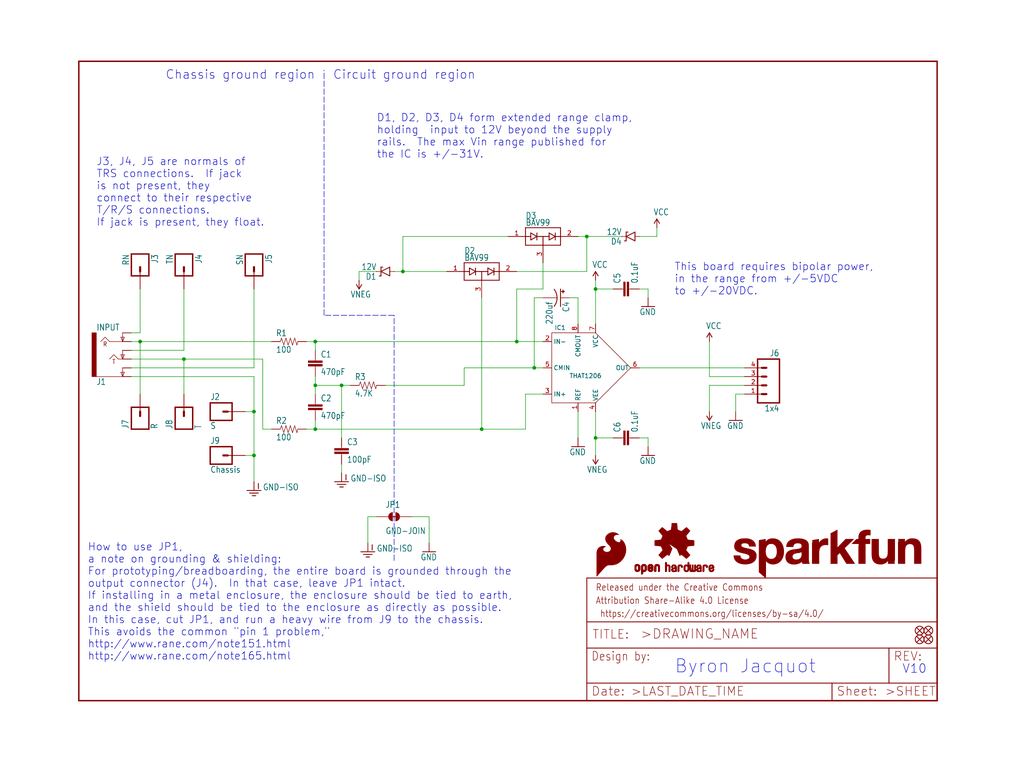
<source format=kicad_sch>
(kicad_sch (version 20211123) (generator eeschema)
  (paper "User" 297.002 223.926)
  (lib_symbols
    (symbol "eagleSchem-eagle-import:0.1UF-25V-5%(0603)"
      (property "Reference" "C" (at 1.524 2.921 0))
      (property "Value" "0.1UF-25V-5%(0603)" (at 1.524 -2.159 0))
      (symbol "0.1UF-25V-5%(0603)_1_0"
        (pin passive line (at 0 5.08 270) (length 2.54) (name "1") (number "1"))
        (pin passive line (at 0 -2.54 90) (length 2.54) (name "2") (number "2"))
      )
    )
    (symbol "eagleSchem-eagle-import:100OHM-1{slash}10W-1%(0603)"
      (property "Reference" "R" (at -3.81 1.4986 0))
      (property "Value" "100OHM-1{slash}10W-1%(0603)" (at -3.81 -3.302 0))
      (symbol "100OHM-1{slash}10W-1%(0603)_1_0"
        (pin passive line (at -5.08 0 0) (length 2.54) (name "1") (number "1"))
        (pin passive line (at 5.08 0 180) (length 2.54) (name "2") (number "2"))
      )
    )
    (symbol "eagleSchem-eagle-import:100PF-50V-5%(0603)"
      (property "Reference" "C" (at 1.524 2.921 0))
      (property "Value" "100PF-50V-5%(0603)" (at 1.524 -2.159 0))
      (symbol "100PF-50V-5%(0603)_1_0"
        (pin passive line (at 0 5.08 270) (length 2.54) (name "1") (number "1"))
        (pin passive line (at 0 -2.54 90) (length 2.54) (name "2") (number "2"))
      )
    )
    (symbol "eagleSchem-eagle-import:12V-ZENER-DIODE"
      (property "Reference" "D" (at 2.54 0.4826 0))
      (property "Value" "12V-ZENER-DIODE" (at 2.54 -2.3114 0))
      (symbol "12V-ZENER-DIODE_1_0"
        (pin passive line (at -2.54 0 0) (length 0) (name "A") (number "A"))
        (pin passive line (at 2.54 0 180) (length 0) (name "C") (number "C"))
      )
    )
    (symbol "eagleSchem-eagle-import:4.7KOHM-1{slash}10W-1%(0603)"
      (property "Reference" "R" (at -3.81 1.4986 0))
      (property "Value" "4.7KOHM-1{slash}10W-1%(0603)" (at -3.81 -3.302 0))
      (symbol "4.7KOHM-1{slash}10W-1%(0603)_1_0"
        (pin passive line (at -5.08 0 0) (length 2.54) (name "1") (number "1"))
        (pin passive line (at 5.08 0 180) (length 2.54) (name "2") (number "2"))
      )
    )
    (symbol "eagleSchem-eagle-import:470PF-50V-5%(0603)SMD"
      (property "Reference" "C" (at 1.524 2.921 0))
      (property "Value" "470PF-50V-5%(0603)SMD" (at 1.524 -2.159 0))
      (symbol "470PF-50V-5%(0603)SMD_1_0"
        (pin passive line (at 0 5.08 270) (length 2.54) (name "1") (number "1"))
        (pin passive line (at 0 -2.54 90) (length 2.54) (name "2") (number "2"))
      )
    )
    (symbol "eagleSchem-eagle-import:AUDIO_JACK_TRS_0.25{dblquote}_PTH_RA"
      (property "Reference" "J" (at -5.08 8.128 0))
      (property "Value" "AUDIO_JACK_TRS_0.25{dblquote}_PTH_RA" (at -5.08 -7.62 0))
      (symbol "AUDIO_JACK_TRS_0.25{dblquote}_PTH_RA_1_0"
        (text "R" (at -2.54 -2.54 0) (effects (font (size 1.27 1.0795)) (justify bottom)))
        (text "T" (at 0 2.54 0) (effects (font (size 1.27 1.0795)) (justify bottom)))
        (pin bidirectional line (at 5.08 -2.54 180) (length 2.54) (name "RING") (number "RING"))
        (pin bidirectional line (at 5.08 -5.08 180) (length 2.54) (name "RING-NORM") (number "RING-NORM"))
        (pin bidirectional line (at 5.08 7.62 180) (length 2.54) (name "EARTH") (number "SLEEVE"))
        (pin bidirectional line (at 5.08 5.08 180) (length 2.54) (name "EARTH-NORM") (number "SLEEVE-NORM"))
        (pin bidirectional line (at 5.08 2.54 180) (length 2.54) (name "TIP") (number "TIP"))
        (pin bidirectional line (at 5.08 0 180) (length 2.54) (name "TIP-NORM") (number "TIP-NORM"))
      )
    )
    (symbol "eagleSchem-eagle-import:BAV99"
      (property "Reference" "D" (at -5.08 5.08 0))
      (property "Value" "BAV99" (at -5.08 3.048 0))
      (symbol "BAV99_1_0"
        (pin bidirectional line (at -10.16 0 0) (length 5.08) (name "A1") (number "1"))
        (pin bidirectional line (at 10.16 0 180) (length 5.08) (name "C2") (number "2"))
        (pin bidirectional line (at 0 -7.62 90) (length 5.08) (name "COM") (number "3"))
      )
    )
    (symbol "eagleSchem-eagle-import:FIDUCIALUFIDUCIAL")
    (symbol "eagleSchem-eagle-import:FRAME-LETTER"
      (symbol "FRAME-LETTER_2_0"
        (text " https://creativecommons.org/licenses/by-sa/4.0/" (at 2.54 24.13 0) (effects (font (size 1.9304 1.6408)) (justify left bottom)))
        (text ">DRAWING_NAME" (at 15.494 17.78 0) (effects (font (size 2.7432 2.7432)) (justify left bottom)))
        (text ">LAST_DATE_TIME" (at 12.7 1.27 0) (effects (font (size 2.54 2.54)) (justify left bottom)))
        (text ">SHEET" (at 86.36 1.27 0) (effects (font (size 2.54 2.54)) (justify left bottom)))
        (text "Attribution Share-Alike 4.0 License" (at 2.54 27.94 0) (effects (font (size 1.9304 1.6408)) (justify left bottom)))
        (text "Date:" (at 1.27 1.27 0) (effects (font (size 2.54 2.54)) (justify left bottom)))
        (text "Design by:" (at 1.27 11.43 0) (effects (font (size 2.54 2.159)) (justify left bottom)))
        (text "Released under the Creative Commons" (at 2.54 31.75 0) (effects (font (size 1.9304 1.6408)) (justify left bottom)))
        (text "REV:" (at 88.9 11.43 0) (effects (font (size 2.54 2.54)) (justify left bottom)))
        (text "Sheet:" (at 72.39 1.27 0) (effects (font (size 2.54 2.54)) (justify left bottom)))
        (text "TITLE:" (at 1.524 17.78 0) (effects (font (size 2.54 2.54)) (justify left bottom)))
      )
    )
    (symbol "eagleSchem-eagle-import:GND" (power)
      (property "Value" "GND" (at -2.54 -2.54 0))
      (symbol "GND_1_0"
        (pin power_in line (at 0 2.54 270) (length 2.54) (name "GND") (number "1"))
      )
    )
    (symbol "eagleSchem-eagle-import:GND-ISO" (power)
      (property "Value" "GND-ISO" (at 2.54 0 0))
      (symbol "GND-ISO_1_0"
        (pin power_in line (at 0 2.54 270) (length 2.54) (name "GND-ISO") (number "1"))
      )
    )
    (symbol "eagleSchem-eagle-import:JUMPER-PAD-2-NC_BY_TRACE"
      (property "Reference" "JP" (at -2.54 2.54 0))
      (property "Value" "JUMPER-PAD-2-NC_BY_TRACE" (at -2.54 -5.08 0))
      (symbol "JUMPER-PAD-2-NC_BY_TRACE_1_0"
        (pin passive line (at -5.08 0 0) (length 2.54) (name "1") (number "1"))
        (pin passive line (at 5.08 0 180) (length 2.54) (name "2") (number "2"))
      )
    )
    (symbol "eagleSchem-eagle-import:M01PTH_NO_SILK_YES_STOP"
      (property "Reference" "J" (at -2.54 3.302 0))
      (property "Value" "M01PTH_NO_SILK_YES_STOP" (at -2.54 -5.08 0))
      (symbol "M01PTH_NO_SILK_YES_STOP_1_0"
        (pin passive line (at 7.62 0 180) (length 5.08) (name "1") (number "1"))
      )
    )
    (symbol "eagleSchem-eagle-import:M04NO_SILK_ALL_ROUND"
      (property "Reference" "J" (at -5.08 8.382 0))
      (property "Value" "M04NO_SILK_ALL_ROUND" (at -5.08 -7.62 0))
      (symbol "M04NO_SILK_ALL_ROUND_1_0"
        (pin passive line (at 5.08 -2.54 180) (length 5.08) (name "1") (number "1"))
        (pin passive line (at 5.08 0 180) (length 5.08) (name "2") (number "2"))
        (pin passive line (at 5.08 2.54 180) (length 5.08) (name "3") (number "3"))
        (pin passive line (at 5.08 5.08 180) (length 5.08) (name "4") (number "4"))
      )
    )
    (symbol "eagleSchem-eagle-import:OSHW-LOGOS")
    (symbol "eagleSchem-eagle-import:PANA-EEE-FKOJ221P"
      (property "Reference" "C" (at 1.016 0.635 0))
      (property "Value" "PANA-EEE-FKOJ221P" (at 1.016 -4.191 0))
      (symbol "PANA-EEE-FKOJ221P_1_0"
        (pin passive line (at 0 2.54 270) (length 2.54) (name "+") (number "+"))
        (pin passive line (at 0 -5.08 90) (length 2.54) (name "-") (number "-"))
      )
    )
    (symbol "eagleSchem-eagle-import:SFE_LOGO_FLAME.2_INCH")
    (symbol "eagleSchem-eagle-import:SFE_LOGO_NAME.1_INCH")
    (symbol "eagleSchem-eagle-import:THAT1206"
      (property "Reference" "IC" (at 0.762 21.082 0))
      (property "Value" "THAT1206" (at 5.08 7.112 0))
      (symbol "THAT1206_1_0"
        (pin bidirectional line (at 7.62 -2.54 90) (length 2.54) (name "REF") (number "1"))
        (pin bidirectional line (at -2.54 17.78 0) (length 2.54) (name "IN-") (number "2"))
        (pin bidirectional line (at -2.54 2.54 0) (length 2.54) (name "IN+") (number "3"))
        (pin bidirectional line (at 12.7 -2.54 90) (length 2.54) (name "VEE") (number "4"))
        (pin bidirectional line (at -2.54 10.16 0) (length 2.54) (name "CMIN") (number "5"))
        (pin bidirectional line (at 25.4 10.16 180) (length 2.54) (name "OUT") (number "6"))
        (pin bidirectional line (at 12.7 22.86 270) (length 2.54) (name "VCC") (number "7"))
        (pin bidirectional line (at 7.62 22.86 270) (length 2.54) (name "CMOUT") (number "8"))
      )
    )
    (symbol "eagleSchem-eagle-import:VCC" (power)
      (property "Value" "VCC" (at -1.016 3.556 0))
      (symbol "VCC_1_0"
        (pin power_in line (at 0 0 90) (length 2.54) (name "VCC") (number "1"))
      )
    )
    (symbol "eagleSchem-eagle-import:VNEG" (power)
      (property "Value" "VNEG" (at -2.54 -2.54 0))
      (symbol "VNEG_1_0"
        (pin power_in line (at 0 2.54 270) (length 2.54) (name "VNEG") (number "1"))
      )
    )
  )
  (junction (at 154.94 106.68))
  (junction (at 91.44 124.46))
  (junction (at 91.44 99.06))
  (junction (at 172.72 83.82))
  (junction (at 73.66 132.08))
  (junction (at 170.18 68.58))
  (junction (at 40.64 99.06))
  (junction (at 53.34 104.14))
  (junction (at 172.72 127))
  (junction (at 139.7 124.46))
  (junction (at 99.06 111.76))
  (junction (at 73.66 119.38))
  (junction (at 116.84 78.74))
  (junction (at 149.86 99.06))
  (junction (at 91.44 111.76))
  (wire (pts (xy 88.9 124.46) (xy 91.44 124.46)))
  (wire (pts (xy 205.74 111.76) (xy 215.9 111.76)))
  (wire (pts (xy 149.86 83.82) (xy 149.86 99.06)))
  (wire (pts (xy 187.96 127) (xy 185.42 127)))
  (wire (pts (xy 129.54 78.74) (xy 116.84 78.74)))
  (wire (pts (xy 134.62 106.68) (xy 154.94 106.68)))
  (wire (pts (xy 172.72 83.82) (xy 172.72 93.98)))
  (wire (pts (xy 38.1 99.06) (xy 40.64 99.06)))
  (wire (pts (xy 185.42 68.58) (xy 190.5 68.58)))
  (polyline (pts (xy 114.3 162.56) (xy 114.3 91.44)))
  (wire (pts (xy 53.34 101.6) (xy 53.34 83.82)))
  (wire (pts (xy 157.48 76.2) (xy 157.48 83.82)))
  (wire (pts (xy 106.68 157.48) (xy 106.68 149.86)))
  (wire (pts (xy 177.8 127) (xy 172.72 127)))
  (wire (pts (xy 157.48 83.82) (xy 149.86 83.82)))
  (wire (pts (xy 53.34 104.14) (xy 76.2 104.14)))
  (wire (pts (xy 91.44 99.06) (xy 91.44 101.6)))
  (wire (pts (xy 40.64 114.3) (xy 40.64 99.06)))
  (wire (pts (xy 157.48 86.36) (xy 154.94 86.36)))
  (wire (pts (xy 167.64 127) (xy 167.64 119.38)))
  (wire (pts (xy 116.84 68.58) (xy 147.32 68.58)))
  (wire (pts (xy 177.8 83.82) (xy 172.72 83.82)))
  (wire (pts (xy 114.3 78.74) (xy 116.84 78.74)))
  (wire (pts (xy 172.72 132.08) (xy 172.72 127)))
  (wire (pts (xy 149.86 78.74) (xy 170.18 78.74)))
  (wire (pts (xy 124.46 149.86) (xy 119.38 149.86)))
  (wire (pts (xy 139.7 86.36) (xy 139.7 124.46)))
  (wire (pts (xy 205.74 99.06) (xy 205.74 109.22)))
  (wire (pts (xy 213.36 119.38) (xy 213.36 114.3)))
  (wire (pts (xy 38.1 106.68) (xy 73.66 106.68)))
  (wire (pts (xy 124.46 157.48) (xy 124.46 149.86)))
  (wire (pts (xy 111.76 111.76) (xy 134.62 111.76)))
  (wire (pts (xy 99.06 111.76) (xy 101.6 111.76)))
  (wire (pts (xy 91.44 109.22) (xy 91.44 111.76)))
  (wire (pts (xy 38.1 104.14) (xy 53.34 104.14)))
  (wire (pts (xy 76.2 124.46) (xy 78.74 124.46)))
  (wire (pts (xy 187.96 83.82) (xy 185.42 83.82)))
  (wire (pts (xy 106.68 149.86) (xy 109.22 149.86)))
  (wire (pts (xy 172.72 81.28) (xy 172.72 83.82)))
  (wire (pts (xy 205.74 109.22) (xy 215.9 109.22)))
  (wire (pts (xy 170.18 68.58) (xy 180.34 68.58)))
  (wire (pts (xy 152.4 114.3) (xy 157.48 114.3)))
  (wire (pts (xy 73.66 139.7) (xy 73.66 132.08)))
  (wire (pts (xy 91.44 121.92) (xy 91.44 124.46)))
  (wire (pts (xy 73.66 119.38) (xy 73.66 109.22)))
  (wire (pts (xy 205.74 119.38) (xy 205.74 111.76)))
  (wire (pts (xy 73.66 132.08) (xy 73.66 119.38)))
  (wire (pts (xy 134.62 111.76) (xy 134.62 106.68)))
  (wire (pts (xy 170.18 78.74) (xy 170.18 68.58)))
  (wire (pts (xy 91.44 99.06) (xy 149.86 99.06)))
  (wire (pts (xy 76.2 104.14) (xy 76.2 124.46)))
  (wire (pts (xy 88.9 99.06) (xy 91.44 99.06)))
  (wire (pts (xy 187.96 86.36) (xy 187.96 83.82)))
  (wire (pts (xy 91.44 111.76) (xy 91.44 114.3)))
  (wire (pts (xy 99.06 137.16) (xy 99.06 134.62)))
  (wire (pts (xy 116.84 78.74) (xy 116.84 68.58)))
  (wire (pts (xy 104.14 78.74) (xy 109.22 78.74)))
  (wire (pts (xy 91.44 111.76) (xy 99.06 111.76)))
  (wire (pts (xy 91.44 124.46) (xy 139.7 124.46)))
  (wire (pts (xy 139.7 124.46) (xy 152.4 124.46)))
  (polyline (pts (xy 114.3 91.44) (xy 93.98 91.44)))
  (wire (pts (xy 167.64 93.98) (xy 167.64 86.36)))
  (wire (pts (xy 99.06 127) (xy 99.06 111.76)))
  (wire (pts (xy 38.1 109.22) (xy 73.66 109.22)))
  (wire (pts (xy 185.42 106.68) (xy 215.9 106.68)))
  (wire (pts (xy 170.18 68.58) (xy 167.64 68.58)))
  (polyline (pts (xy 93.98 91.44) (xy 93.98 20.32)))
  (wire (pts (xy 53.34 114.3) (xy 53.34 104.14)))
  (wire (pts (xy 187.96 129.54) (xy 187.96 127)))
  (wire (pts (xy 104.14 81.28) (xy 104.14 78.74)))
  (wire (pts (xy 38.1 96.52) (xy 40.64 96.52)))
  (wire (pts (xy 152.4 124.46) (xy 152.4 114.3)))
  (wire (pts (xy 190.5 68.58) (xy 190.5 66.04)))
  (wire (pts (xy 172.72 127) (xy 172.72 119.38)))
  (wire (pts (xy 73.66 106.68) (xy 73.66 83.82)))
  (wire (pts (xy 149.86 99.06) (xy 157.48 99.06)))
  (wire (pts (xy 40.64 96.52) (xy 40.64 83.82)))
  (wire (pts (xy 213.36 114.3) (xy 215.9 114.3)))
  (wire (pts (xy 38.1 101.6) (xy 53.34 101.6)))
  (wire (pts (xy 71.12 119.38) (xy 73.66 119.38)))
  (wire (pts (xy 154.94 106.68) (xy 157.48 106.68)))
  (wire (pts (xy 154.94 86.36) (xy 154.94 106.68)))
  (wire (pts (xy 40.64 99.06) (xy 78.74 99.06)))
  (wire (pts (xy 167.64 86.36) (xy 165.1 86.36)))
  (wire (pts (xy 71.12 132.08) (xy 73.66 132.08)))
  (text "J3, J4, J5 are normals of\nTRS connections.  If jack\nis not present, they\nconnect to their respective\nT/R/S connections.\nIf jack is present, they float." (at 27.94 45.72 0) (effects (font (size 2.1844 2.1844)) (justify left top)))
  (text "Byron Jacquot" (at 195.58 195.58 180) (effects (font (size 3.81 3.81)) (justify left bottom)))
  (text "Chassis ground region" (at 91.44 20.32 180) (effects (font (size 2.54 2.54)) (justify right top)))
  (text "Circuit ground region" (at 96.52 20.32 180) (effects (font (size 2.54 2.54)) (justify left top)))
  (text "V10" (at 261.62 195.58 180) (effects (font (size 2.54 2.54)) (justify left bottom)))
  (text "D1, D2, D3, D4 form extended range clamp,\nholding  input to 12V beyond the supply\nrails.  The max Vin range published for\nthe IC is +/-31V." (at 109.22 33.02 0) (effects (font (size 2.1844 2.1844)) (justify left top)))
  (text "How to use JP1,\na note on grounding & shielding:\nFor prototyping/breadboarding, the entire board is grounded through the\noutput connector (J4).  In that case, leave JP1 intact.\nIf installing in a metal enclosure, the enclosure should be tied to earth,\nand the shield should be tied to the enclosure as directly as possible.\nIn this case, cut JP1, and run a heavy wire from J9 to the chassis.\nThis avoids the common \"pin 1 problem,\"\nhttp://www.rane.com/note151.html\nhttp://www.rane.com/note165.html" (at 25.4 157.48 0) (effects (font (size 2.1844 2.1844)) (justify left top)))
  (text "This board requires bipolar power,\nin the range from +/-5VDC\nto +/-20VDC." (at 195.58 76.2 0) (effects (font (size 2.1844 2.1844)) (justify left top)))
  (symbol (lib_id "eagleSchem-eagle-import:GND") (at 213.36 121.92 0) (unit 1)
    (property "Reference" "#GND5" (effects hide))
    (property "Value" "GND" (at 210.82 124.46 0) (effects (font (size 1.778 1.5113)) (justify left bottom)))
    (property "Footprint" "eagleSchem:" (effects hide))
  )
  (symbol (lib_id "eagleSchem-eagle-import:OSHW-LOGOS") (at 195.58 157.48 0) (unit 1)
    (property "Reference" "LOGO3" (effects hide))
    (property "Value" "OSHW-LOGOS" (effects hide))
    (property "Footprint" "eagleSchem:OSHW-LOGO-S" (effects hide))
  )
  (symbol (lib_id "eagleSchem-eagle-import:VNEG") (at 172.72 134.62 0) (unit 1)
    (property "Reference" "#SUPPLY3" (effects hide))
    (property "Value" "VNEG" (at 170.18 137.16 0) (effects (font (size 1.778 1.5113)) (justify left bottom)))
    (property "Footprint" "eagleSchem:" (effects hide))
  )
  (symbol (lib_id "eagleSchem-eagle-import:100OHM-1{slash}10W-1%(0603)") (at 83.82 124.46 0) (unit 1)
    (property "Reference" "R2" (at 80.01 122.9614 0) (effects (font (size 1.778 1.5113)) (justify left bottom)))
    (property "Value" "100" (at 80.01 127.762 0) (effects (font (size 1.778 1.5113)) (justify left bottom)))
    (property "Footprint" "eagleSchem:0603-RES" (effects hide))
  )
  (symbol (lib_id "eagleSchem-eagle-import:FIDUCIALUFIDUCIAL") (at 266.7 185.42 0) (unit 1)
    (property "Reference" "FD2" (effects hide))
    (property "Value" "FIDUCIALUFIDUCIAL" (effects hide))
    (property "Footprint" "eagleSchem:MICRO-FIDUCIAL" (effects hide))
  )
  (symbol (lib_id "eagleSchem-eagle-import:FIDUCIALUFIDUCIAL") (at 266.7 182.88 0) (unit 1)
    (property "Reference" "FD1" (effects hide))
    (property "Value" "FIDUCIALUFIDUCIAL" (effects hide))
    (property "Footprint" "eagleSchem:MICRO-FIDUCIAL" (effects hide))
  )
  (symbol (lib_id "eagleSchem-eagle-import:BAV99") (at 139.7 78.74 0) (unit 1)
    (property "Reference" "D2" (at 134.62 73.66 0) (effects (font (size 1.778 1.5113)) (justify left bottom)))
    (property "Value" "BAV99" (at 134.62 75.692 0) (effects (font (size 1.778 1.5113)) (justify left bottom)))
    (property "Footprint" "eagleSchem:SOT23-3" (effects hide))
  )
  (symbol (lib_id "eagleSchem-eagle-import:FRAME-LETTER") (at 170.18 203.2 0) (unit 2)
    (property "Reference" "FRAME1" (effects hide))
    (property "Value" "FRAME-LETTER" (effects hide))
    (property "Footprint" "eagleSchem:CREATIVE_COMMONS" (effects hide))
  )
  (symbol (lib_id "eagleSchem-eagle-import:100PF-50V-5%(0603)") (at 99.06 132.08 0) (unit 1)
    (property "Reference" "C3" (at 100.584 129.159 0) (effects (font (size 1.778 1.5113)) (justify left bottom)))
    (property "Value" "100pF" (at 100.584 134.239 0) (effects (font (size 1.778 1.5113)) (justify left bottom)))
    (property "Footprint" "eagleSchem:0603-CAP" (effects hide))
  )
  (symbol (lib_id "eagleSchem-eagle-import:0.1UF-25V-5%(0603)") (at 182.88 83.82 90) (unit 1)
    (property "Reference" "C5" (at 179.959 82.296 0) (effects (font (size 1.778 1.5113)) (justify left bottom)))
    (property "Value" "0.1uF" (at 185.039 82.296 0) (effects (font (size 1.778 1.5113)) (justify left bottom)))
    (property "Footprint" "eagleSchem:0603-CAP" (effects hide))
  )
  (symbol (lib_id "eagleSchem-eagle-import:12V-ZENER-DIODE") (at 111.76 78.74 180) (unit 1)
    (property "Reference" "D1" (at 109.22 79.2226 0) (effects (font (size 1.778 1.5113)) (justify left bottom)))
    (property "Value" "12V" (at 109.22 76.4286 0) (effects (font (size 1.778 1.5113)) (justify left bottom)))
    (property "Footprint" "eagleSchem:SOD-323" (effects hide))
  )
  (symbol (lib_id "eagleSchem-eagle-import:GND-ISO") (at 99.06 139.7 0) (unit 1)
    (property "Reference" "#GND-ISO2" (effects hide))
    (property "Value" "GND-ISO" (at 101.6 139.7 0) (effects (font (size 1.778 1.5113)) (justify left bottom)))
    (property "Footprint" "eagleSchem:" (effects hide))
  )
  (symbol (lib_id "eagleSchem-eagle-import:VCC") (at 190.5 66.04 0) (unit 1)
    (property "Reference" "#SUPPLY4" (effects hide))
    (property "Value" "VCC" (at 189.484 62.484 0) (effects (font (size 1.778 1.5113)) (justify left bottom)))
    (property "Footprint" "eagleSchem:" (effects hide))
  )
  (symbol (lib_id "eagleSchem-eagle-import:0.1UF-25V-5%(0603)") (at 182.88 127 90) (unit 1)
    (property "Reference" "C6" (at 179.959 125.476 0) (effects (font (size 1.778 1.5113)) (justify left bottom)))
    (property "Value" "0.1uF" (at 185.039 125.476 0) (effects (font (size 1.778 1.5113)) (justify left bottom)))
    (property "Footprint" "eagleSchem:0603-CAP" (effects hide))
  )
  (symbol (lib_id "eagleSchem-eagle-import:M01PTH_NO_SILK_YES_STOP") (at 73.66 76.2 270) (unit 1)
    (property "Reference" "J5" (at 76.962 73.66 0) (effects (font (size 1.778 1.5113)) (justify left bottom)))
    (property "Value" "SN" (at 68.58 73.66 0) (effects (font (size 1.778 1.5113)) (justify left bottom)))
    (property "Footprint" "eagleSchem:1X01_NO_SILK" (effects hide))
  )
  (symbol (lib_id "eagleSchem-eagle-import:VNEG") (at 205.74 121.92 0) (unit 1)
    (property "Reference" "#SUPPLY6" (effects hide))
    (property "Value" "VNEG" (at 203.2 124.46 0) (effects (font (size 1.778 1.5113)) (justify left bottom)))
    (property "Footprint" "eagleSchem:" (effects hide))
  )
  (symbol (lib_id "eagleSchem-eagle-import:GND") (at 187.96 88.9 0) (unit 1)
    (property "Reference" "#GND3" (effects hide))
    (property "Value" "GND" (at 185.42 91.44 0) (effects (font (size 1.778 1.5113)) (justify left bottom)))
    (property "Footprint" "eagleSchem:" (effects hide))
  )
  (symbol (lib_id "eagleSchem-eagle-import:FRAME-LETTER") (at 22.86 203.2 0) (unit 1)
    (property "Reference" "FRAME1" (effects hide))
    (property "Value" "FRAME-LETTER" (effects hide))
    (property "Footprint" "eagleSchem:CREATIVE_COMMONS" (effects hide))
  )
  (symbol (lib_id "eagleSchem-eagle-import:JUMPER-PAD-2-NC_BY_TRACE") (at 114.3 149.86 0) (unit 1)
    (property "Reference" "JP1" (at 111.76 147.32 0) (effects (font (size 1.778 1.5113)) (justify left bottom)))
    (property "Value" "GND-JOIN" (at 111.76 154.94 0) (effects (font (size 1.778 1.5113)) (justify left bottom)))
    (property "Footprint" "eagleSchem:PAD-JUMPER-2-NC_BY_TRACE_YES_SILK" (effects hide))
  )
  (symbol (lib_id "eagleSchem-eagle-import:OSHW-LOGOS") (at 195.58 157.48 0) (unit 1)
    (property "Reference" "LOGO4" (effects hide))
    (property "Value" "OSHW-LOGOS" (effects hide))
    (property "Footprint" "eagleSchem:OSHW-LOGO-S" (effects hide))
  )
  (symbol (lib_id "eagleSchem-eagle-import:FIDUCIALUFIDUCIAL") (at 269.24 182.88 0) (unit 1)
    (property "Reference" "FD3" (effects hide))
    (property "Value" "FIDUCIALUFIDUCIAL" (effects hide))
    (property "Footprint" "eagleSchem:MICRO-FIDUCIAL" (effects hide))
  )
  (symbol (lib_id "eagleSchem-eagle-import:GND-ISO") (at 106.68 160.02 0) (unit 1)
    (property "Reference" "#GND-ISO3" (effects hide))
    (property "Value" "GND-ISO" (at 109.22 160.02 0) (effects (font (size 1.778 1.5113)) (justify left bottom)))
    (property "Footprint" "eagleSchem:" (effects hide))
  )
  (symbol (lib_id "eagleSchem-eagle-import:M01PTH_NO_SILK_YES_STOP") (at 63.5 132.08 0) (unit 1)
    (property "Reference" "J9" (at 60.96 128.778 0) (effects (font (size 1.778 1.5113)) (justify left bottom)))
    (property "Value" "Chassis" (at 60.96 137.16 0) (effects (font (size 1.778 1.5113)) (justify left bottom)))
    (property "Footprint" "eagleSchem:1X01_NO_SILK" (effects hide))
  )
  (symbol (lib_id "eagleSchem-eagle-import:VCC") (at 172.72 81.28 0) (unit 1)
    (property "Reference" "#SUPPLY2" (effects hide))
    (property "Value" "VCC" (at 171.704 77.724 0) (effects (font (size 1.778 1.5113)) (justify left bottom)))
    (property "Footprint" "eagleSchem:" (effects hide))
  )
  (symbol (lib_id "eagleSchem-eagle-import:GND-ISO") (at 73.66 142.24 0) (unit 1)
    (property "Reference" "#GND-ISO1" (effects hide))
    (property "Value" "GND-ISO" (at 76.2 142.24 0) (effects (font (size 1.778 1.5113)) (justify left bottom)))
    (property "Footprint" "eagleSchem:" (effects hide))
  )
  (symbol (lib_id "eagleSchem-eagle-import:PANA-EEE-FKOJ221P") (at 162.56 86.36 270) (unit 1)
    (property "Reference" "C4" (at 163.195 87.376 0) (effects (font (size 1.778 1.5113)) (justify left bottom)))
    (property "Value" "220uf" (at 158.369 87.376 0) (effects (font (size 1.778 1.5113)) (justify left bottom)))
    (property "Footprint" "eagleSchem:PANASONIC_D" (effects hide))
  )
  (symbol (lib_id "eagleSchem-eagle-import:VCC") (at 205.74 99.06 0) (unit 1)
    (property "Reference" "#SUPPLY5" (effects hide))
    (property "Value" "VCC" (at 204.724 95.504 0) (effects (font (size 1.778 1.5113)) (justify left bottom)))
    (property "Footprint" "eagleSchem:" (effects hide))
  )
  (symbol (lib_id "eagleSchem-eagle-import:VNEG") (at 104.14 83.82 0) (unit 1)
    (property "Reference" "#SUPPLY1" (effects hide))
    (property "Value" "VNEG" (at 101.6 86.36 0) (effects (font (size 1.778 1.5113)) (justify left bottom)))
    (property "Footprint" "eagleSchem:" (effects hide))
  )
  (symbol (lib_id "eagleSchem-eagle-import:SFE_LOGO_FLAME.2_INCH") (at 172.72 167.64 0) (unit 1)
    (property "Reference" "LOGO2" (effects hide))
    (property "Value" "SFE_LOGO_FLAME.2_INCH" (effects hide))
    (property "Footprint" "eagleSchem:SFE_LOGO_FLAME_.2" (effects hide))
  )
  (symbol (lib_id "eagleSchem-eagle-import:GND") (at 124.46 160.02 0) (unit 1)
    (property "Reference" "#GND1" (effects hide))
    (property "Value" "GND" (at 121.92 162.56 0) (effects (font (size 1.778 1.5113)) (justify left bottom)))
    (property "Footprint" "eagleSchem:" (effects hide))
  )
  (symbol (lib_id "eagleSchem-eagle-import:470PF-50V-5%(0603)SMD") (at 91.44 119.38 0) (unit 1)
    (property "Reference" "C2" (at 92.964 116.459 0) (effects (font (size 1.778 1.5113)) (justify left bottom)))
    (property "Value" "470pF" (at 92.964 121.539 0) (effects (font (size 1.778 1.5113)) (justify left bottom)))
    (property "Footprint" "eagleSchem:0603-CAP" (effects hide))
  )
  (symbol (lib_id "eagleSchem-eagle-import:THAT1206") (at 160.02 116.84 0) (unit 1)
    (property "Reference" "IC1" (at 160.782 95.758 0) (effects (justify left bottom)))
    (property "Value" "THAT1206" (at 165.1 109.728 0) (effects (justify left bottom)))
    (property "Footprint" "eagleSchem:SO08" (effects hide))
  )
  (symbol (lib_id "eagleSchem-eagle-import:M01PTH_NO_SILK_YES_STOP") (at 40.64 76.2 270) (unit 1)
    (property "Reference" "J3" (at 43.942 73.66 0) (effects (font (size 1.778 1.5113)) (justify left bottom)))
    (property "Value" "RN" (at 35.56 73.66 0) (effects (font (size 1.778 1.5113)) (justify left bottom)))
    (property "Footprint" "eagleSchem:1X01_NO_SILK" (effects hide))
  )
  (symbol (lib_id "eagleSchem-eagle-import:M01PTH_NO_SILK_YES_STOP") (at 63.5 119.38 0) (unit 1)
    (property "Reference" "J2" (at 60.96 116.078 0) (effects (font (size 1.778 1.5113)) (justify left bottom)))
    (property "Value" "S" (at 60.96 124.46 0) (effects (font (size 1.778 1.5113)) (justify left bottom)))
    (property "Footprint" "eagleSchem:1X01_NO_SILK" (effects hide))
  )
  (symbol (lib_id "eagleSchem-eagle-import:GND") (at 187.96 132.08 0) (unit 1)
    (property "Reference" "#GND4" (effects hide))
    (property "Value" "GND" (at 185.42 134.62 0) (effects (font (size 1.778 1.5113)) (justify left bottom)))
    (property "Footprint" "eagleSchem:" (effects hide))
  )
  (symbol (lib_id "eagleSchem-eagle-import:BAV99") (at 157.48 68.58 0) (unit 1)
    (property "Reference" "D3" (at 152.4 63.5 0) (effects (font (size 1.778 1.5113)) (justify left bottom)))
    (property "Value" "BAV99" (at 152.4 65.532 0) (effects (font (size 1.778 1.5113)) (justify left bottom)))
    (property "Footprint" "eagleSchem:SOT23-3" (effects hide))
  )
  (symbol (lib_id "eagleSchem-eagle-import:4.7KOHM-1{slash}10W-1%(0603)") (at 106.68 111.76 0) (unit 1)
    (property "Reference" "R3" (at 102.87 110.2614 0) (effects (font (size 1.778 1.5113)) (justify left bottom)))
    (property "Value" "4.7K" (at 102.87 115.062 0) (effects (font (size 1.778 1.5113)) (justify left bottom)))
    (property "Footprint" "eagleSchem:0603-RES" (effects hide))
  )
  (symbol (lib_id "eagleSchem-eagle-import:100OHM-1{slash}10W-1%(0603)") (at 83.82 99.06 0) (unit 1)
    (property "Reference" "R1" (at 80.01 97.5614 0) (effects (font (size 1.778 1.5113)) (justify left bottom)))
    (property "Value" "100" (at 80.01 102.362 0) (effects (font (size 1.778 1.5113)) (justify left bottom)))
    (property "Footprint" "eagleSchem:0603-RES" (effects hide))
  )
  (symbol (lib_id "eagleSchem-eagle-import:SFE_LOGO_NAME.1_INCH") (at 210.82 167.64 0) (unit 1)
    (property "Reference" "LOGO5" (effects hide))
    (property "Value" "SFE_LOGO_NAME.1_INCH" (effects hide))
    (property "Footprint" "eagleSchem:SFE_LOGO_NAME_.1" (effects hide))
  )
  (symbol (lib_id "eagleSchem-eagle-import:GND") (at 167.64 129.54 0) (unit 1)
    (property "Reference" "#GND2" (effects hide))
    (property "Value" "GND" (at 165.1 132.08 0) (effects (font (size 1.778 1.5113)) (justify left bottom)))
    (property "Footprint" "eagleSchem:" (effects hide))
  )
  (symbol (lib_id "eagleSchem-eagle-import:12V-ZENER-DIODE") (at 182.88 68.58 180) (unit 1)
    (property "Reference" "D4" (at 180.34 69.0626 0) (effects (font (size 1.778 1.5113)) (justify left bottom)))
    (property "Value" "12V" (at 180.34 66.2686 0) (effects (font (size 1.778 1.5113)) (justify left bottom)))
    (property "Footprint" "eagleSchem:SOD-323" (effects hide))
  )
  (symbol (lib_id "eagleSchem-eagle-import:M01PTH_NO_SILK_YES_STOP") (at 53.34 121.92 90) (unit 1)
    (property "Reference" "J8" (at 50.038 124.46 0) (effects (font (size 1.778 1.5113)) (justify left bottom)))
    (property "Value" "T" (at 58.42 124.46 0) (effects (font (size 1.778 1.5113)) (justify left bottom)))
    (property "Footprint" "eagleSchem:1X01_NO_SILK" (effects hide))
  )
  (symbol (lib_id "eagleSchem-eagle-import:AUDIO_JACK_TRS_0.25{dblquote}_PTH_RA") (at 33.02 101.6 0) (mirror x) (unit 1)
    (property "Reference" "J1" (at 27.94 109.728 0) (effects (font (size 1.778 1.5113)) (justify left bottom)))
    (property "Value" "INPUT" (at 27.94 93.98 0) (effects (font (size 1.778 1.5113)) (justify left bottom)))
    (property "Footprint" "eagleSchem:AUDIO_JACK_0.25__TRS_PTH_RA" (effects hide))
  )
  (symbol (lib_id "eagleSchem-eagle-import:470PF-50V-5%(0603)SMD") (at 91.44 106.68 0) (unit 1)
    (property "Reference" "C1" (at 92.964 103.759 0) (effects (font (size 1.778 1.5113)) (justify left bottom)))
    (property "Value" "470pF" (at 92.964 108.839 0) (effects (font (size 1.778 1.5113)) (justify left bottom)))
    (property "Footprint" "eagleSchem:0603-CAP" (effects hide))
  )
  (symbol (lib_id "eagleSchem-eagle-import:M01PTH_NO_SILK_YES_STOP") (at 40.64 121.92 90) (unit 1)
    (property "Reference" "J7" (at 37.338 124.46 0) (effects (font (size 1.778 1.5113)) (justify left bottom)))
    (property "Value" "R" (at 45.72 124.46 0) (effects (font (size 1.778 1.5113)) (justify left bottom)))
    (property "Footprint" "eagleSchem:1X01_NO_SILK" (effects hide))
  )
  (symbol (lib_id "eagleSchem-eagle-import:M04NO_SILK_ALL_ROUND") (at 220.98 111.76 0) (mirror y) (unit 1)
    (property "Reference" "J6" (at 226.06 103.378 0) (effects (font (size 1.778 1.5113)) (justify left bottom)))
    (property "Value" "1x4" (at 226.06 119.38 0) (effects (font (size 1.778 1.5113)) (justify left bottom)))
    (property "Footprint" "eagleSchem:1X04_NO_SILK_ALL_ROUND" (effects hide))
  )
  (symbol (lib_id "eagleSchem-eagle-import:FIDUCIALUFIDUCIAL") (at 269.24 185.42 0) (unit 1)
    (property "Reference" "FD4" (effects hide))
    (property "Value" "FIDUCIALUFIDUCIAL" (effects hide))
    (property "Footprint" "eagleSchem:MICRO-FIDUCIAL" (effects hide))
  )
  (symbol (lib_id "eagleSchem-eagle-import:M01PTH_NO_SILK_YES_STOP") (at 53.34 76.2 270) (unit 1)
    (property "Reference" "J4" (at 56.642 73.66 0) (effects (font (size 1.778 1.5113)) (justify left bottom)))
    (property "Value" "TN" (at 48.26 73.66 0) (effects (font (size 1.778 1.5113)) (justify left bottom)))
    (property "Footprint" "eagleSchem:1X01_NO_SILK" (effects hide))
  )
)
</source>
